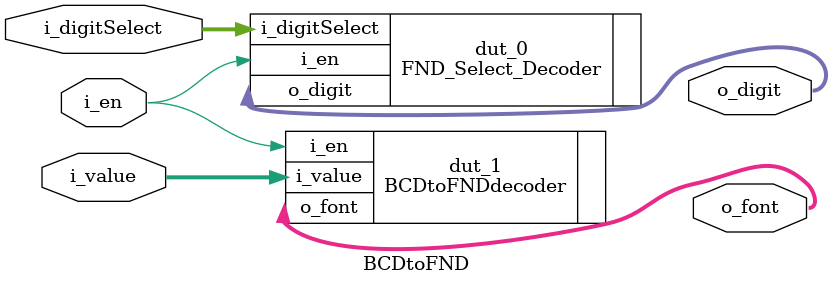
<source format=v>
`timescale 1ns / 1ps


module BCDtoFND(
    input [1:0] i_digitSelect,
    input [3:0] i_value,
    input i_en,

    output [3:0] o_digit,
    output [7:0] o_font
    );

    FND_Select_Decoder dut_0(
        .i_digitSelect(i_digitSelect),
        .i_en(i_en),
        .o_digit(o_digit)
    );

    BCDtoFNDdecoder dut_1(
        .i_value(i_value),
        .i_en(i_en),
        .o_font(o_font)
    );

endmodule

</source>
